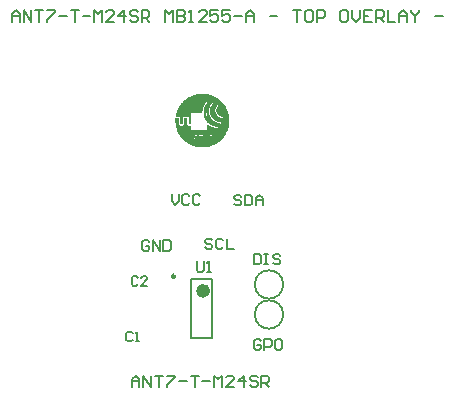
<source format=gto>
G04 Layer_Color=16776960*
%FSLAX44Y44*%
%MOMM*%
G71*
G01*
G75*
%ADD14C,0.2000*%
%ADD15C,0.1500*%
%ADD19C,0.2500*%
%ADD20C,0.6000*%
%ADD21C,0.0254*%
%ADD22C,0.1700*%
D14*
X143800Y97600D02*
G03*
X143800Y97600I-12000J0D01*
G01*
Y72200D02*
G03*
X143800Y72200I-12000J0D01*
G01*
X66000Y52200D02*
Y102200D01*
X84000Y52200D02*
Y102200D01*
X66000D02*
X84000D01*
X66000Y52200D02*
X84000D01*
X15500Y10500D02*
Y17164D01*
X18832Y20497D01*
X22164Y17164D01*
Y10500D01*
Y15498D01*
X15500D01*
X25497Y10500D02*
Y20497D01*
X32161Y10500D01*
Y20497D01*
X35494D02*
X42158D01*
X38826D01*
Y10500D01*
X45490Y20497D02*
X52155D01*
Y18831D01*
X45490Y12166D01*
Y10500D01*
X55487Y15498D02*
X62152D01*
X65484Y20497D02*
X72148D01*
X68816D01*
Y10500D01*
X75481Y15498D02*
X82145D01*
X85478Y10500D02*
Y20497D01*
X88810Y17164D01*
X92142Y20497D01*
Y10500D01*
X102139D02*
X95474D01*
X102139Y17164D01*
Y18831D01*
X100473Y20497D01*
X97140D01*
X95474Y18831D01*
X110469Y10500D02*
Y20497D01*
X105471Y15498D01*
X112135D01*
X122132Y18831D02*
X120466Y20497D01*
X117134D01*
X115468Y18831D01*
Y17164D01*
X117134Y15498D01*
X120466D01*
X122132Y13832D01*
Y12166D01*
X120466Y10500D01*
X117134D01*
X115468Y12166D01*
X125465Y10500D02*
Y20497D01*
X130463D01*
X132129Y18831D01*
Y15498D01*
X130463Y13832D01*
X125465D01*
X128797D02*
X132129Y10500D01*
D15*
X-86000Y320000D02*
Y326665D01*
X-82668Y329997D01*
X-79335Y326665D01*
Y320000D01*
Y324998D01*
X-86000D01*
X-76003Y320000D02*
Y329997D01*
X-69339Y320000D01*
Y329997D01*
X-66006D02*
X-59342D01*
X-62674D01*
Y320000D01*
X-56010Y329997D02*
X-49345D01*
Y328331D01*
X-56010Y321666D01*
Y320000D01*
X-46013Y324998D02*
X-39348D01*
X-36016Y329997D02*
X-29352D01*
X-32684D01*
Y320000D01*
X-26019Y324998D02*
X-19355D01*
X-16022Y320000D02*
Y329997D01*
X-12690Y326665D01*
X-9358Y329997D01*
Y320000D01*
X639D02*
X-6026D01*
X639Y326665D01*
Y328331D01*
X-1027Y329997D01*
X-4360D01*
X-6026Y328331D01*
X8969Y320000D02*
Y329997D01*
X3971Y324998D01*
X10635D01*
X20632Y328331D02*
X18966Y329997D01*
X15634D01*
X13968Y328331D01*
Y326665D01*
X15634Y324998D01*
X18966D01*
X20632Y323332D01*
Y321666D01*
X18966Y320000D01*
X15634D01*
X13968Y321666D01*
X23965Y320000D02*
Y329997D01*
X28963D01*
X30629Y328331D01*
Y324998D01*
X28963Y323332D01*
X23965D01*
X27297D02*
X30629Y320000D01*
X43958D02*
Y329997D01*
X47290Y326665D01*
X50623Y329997D01*
Y320000D01*
X53955Y329997D02*
Y320000D01*
X58953D01*
X60619Y321666D01*
Y323332D01*
X58953Y324998D01*
X53955D01*
X58953D01*
X60619Y326665D01*
Y328331D01*
X58953Y329997D01*
X53955D01*
X63952Y320000D02*
X67284D01*
X65618D01*
Y329997D01*
X63952Y328331D01*
X78947Y320000D02*
X72282D01*
X78947Y326665D01*
Y328331D01*
X77281Y329997D01*
X73948D01*
X72282Y328331D01*
X88944Y329997D02*
X82279D01*
Y324998D01*
X85611Y326665D01*
X87277D01*
X88944Y324998D01*
Y321666D01*
X87277Y320000D01*
X83945D01*
X82279Y321666D01*
X98940Y329997D02*
X92276D01*
Y324998D01*
X95608Y326665D01*
X97274D01*
X98940Y324998D01*
Y321666D01*
X97274Y320000D01*
X93942D01*
X92276Y321666D01*
X102273Y324998D02*
X108937D01*
X112269Y320000D02*
Y326665D01*
X115602Y329997D01*
X118934Y326665D01*
Y320000D01*
Y324998D01*
X112269D01*
X132263D02*
X138927D01*
X152257Y329997D02*
X158921D01*
X155589D01*
Y320000D01*
X167252Y329997D02*
X163920D01*
X162253Y328331D01*
Y321666D01*
X163920Y320000D01*
X167252D01*
X168918Y321666D01*
Y328331D01*
X167252Y329997D01*
X172250Y320000D02*
Y329997D01*
X177248D01*
X178915Y328331D01*
Y324998D01*
X177248Y323332D01*
X172250D01*
X197242Y329997D02*
X193910D01*
X192244Y328331D01*
Y321666D01*
X193910Y320000D01*
X197242D01*
X198908Y321666D01*
Y328331D01*
X197242Y329997D01*
X202241D02*
Y323332D01*
X205573Y320000D01*
X208905Y323332D01*
Y329997D01*
X218902D02*
X212237D01*
Y320000D01*
X218902D01*
X212237Y324998D02*
X215569D01*
X222234Y320000D02*
Y329997D01*
X227232D01*
X228899Y328331D01*
Y324998D01*
X227232Y323332D01*
X222234D01*
X225566D02*
X228899Y320000D01*
X232231Y329997D02*
Y320000D01*
X238895D01*
X242228D02*
Y326665D01*
X245560Y329997D01*
X248892Y326665D01*
Y320000D01*
Y324998D01*
X242228D01*
X252224Y329997D02*
Y328331D01*
X255557Y324998D01*
X258889Y328331D01*
Y329997D01*
X255557Y324998D02*
Y320000D01*
X272218Y324998D02*
X278882D01*
D19*
X52250Y104500D02*
G03*
X52250Y104500I-1250J0D01*
G01*
D20*
X79000Y92200D02*
G03*
X79000Y92200I-3000J0D01*
G01*
D21*
X71850Y214577D02*
X78193D01*
X70328Y214830D02*
X79462D01*
X69313Y215084D02*
X80730D01*
X68298Y215338D02*
X81491D01*
X67537Y215592D02*
X82253D01*
X66776Y215845D02*
X83014D01*
X66269Y216099D02*
X83775D01*
X65761Y216353D02*
X84282D01*
X65254Y216606D02*
X84790D01*
X64746Y216860D02*
X85297D01*
X64239Y217114D02*
X85805D01*
X63731Y217367D02*
X86312D01*
X63224Y217621D02*
X86566D01*
X62970Y217875D02*
X87073D01*
X62463Y218129D02*
X87327D01*
X62209Y218382D02*
X87834D01*
X61702Y218636D02*
X88088D01*
X61448Y218890D02*
X88595D01*
X61194Y219144D02*
X88849D01*
X60687Y219397D02*
X89103D01*
X60433Y219651D02*
X89356D01*
X60180Y219905D02*
X89610D01*
X59926Y220158D02*
X90118D01*
X59418Y220412D02*
X90371D01*
X82760Y220666D02*
X90625D01*
X79715D02*
X81238D01*
X74387D02*
X76163D01*
X70328D02*
X73119D01*
X59418D02*
X68552D01*
X83267Y220919D02*
X90879D01*
X79715D02*
X80730D01*
X74387D02*
X76163D01*
X70835D02*
X73119D01*
X59165D02*
X68045D01*
X83521Y221173D02*
X91132D01*
X79715D02*
X80477D01*
X74387D02*
X76417D01*
X71089D02*
X73119D01*
X58911D02*
X67791D01*
X83521Y221427D02*
X91386D01*
X81491D02*
X82506D01*
X79715D02*
X80477D01*
X74387D02*
X76417D01*
X71343D02*
X73119D01*
X58657D02*
X67791D01*
X83775Y221681D02*
X91640D01*
X81491D02*
X82760D01*
X77939D02*
X80223D01*
X74387D02*
X76671D01*
X71343D02*
X73119D01*
X69059D02*
X70074D01*
X58404D02*
X67537D01*
X83775Y221934D02*
X91894D01*
X78193D02*
X82760D01*
X74387D02*
X76925D01*
X71343D02*
X73119D01*
X68806D02*
X70074D01*
X58150D02*
X67537D01*
X83775Y222188D02*
X92147D01*
X78700D02*
X82760D01*
X74387D02*
X77178D01*
X71343D02*
X73119D01*
X57896D02*
X70074D01*
X83775Y222442D02*
X92401D01*
X81491D02*
X82506D01*
X78954D02*
X80477D01*
X74387D02*
X77432D01*
X71343D02*
X73119D01*
X57896D02*
X69059D01*
X83521Y222696D02*
X92655D01*
X79208D02*
X80477D01*
X74387D02*
X77686D01*
X71089D02*
X73119D01*
X57642D02*
X68298D01*
X83267Y222949D02*
X92655D01*
X79462D02*
X80477D01*
X74387D02*
X78193D01*
X70582D02*
X73119D01*
X57389D02*
X68045D01*
X83014Y223203D02*
X92908D01*
X81491D02*
X81745D01*
X79462D02*
X80477D01*
X74387D02*
X78447D01*
X69821D02*
X73119D01*
X57135D02*
X67791D01*
X81491Y223457D02*
X93162D01*
X79715D02*
X80477D01*
X77432D02*
X78447D01*
X74387D02*
X76163D01*
X68806D02*
X73119D01*
X56881D02*
X67791D01*
X81491Y223710D02*
X93162D01*
X79715D02*
X80730D01*
X77432D02*
X78447D01*
X74387D02*
X76417D01*
X71089D02*
X73119D01*
X69059D02*
X70074D01*
X56881D02*
X67791D01*
X83521Y223964D02*
X93416D01*
X79715D02*
X80730D01*
X77686D02*
X78447D01*
X75910D02*
X76417D01*
X71089D02*
X71850D01*
X56627D02*
X67791D01*
X83521Y224218D02*
X93670D01*
X79462D02*
X80730D01*
X75910D02*
X76417D01*
X71089D02*
X71850D01*
X56374D02*
X68045D01*
X83521Y224471D02*
X93670D01*
X79208D02*
X80730D01*
X75910D02*
X76671D01*
X70835D02*
X71850D01*
X56374D02*
X68045D01*
X83521Y224725D02*
X93923D01*
X78954D02*
X80730D01*
X75910D02*
X77178D01*
X70328D02*
X71850D01*
X56120D02*
X68552D01*
X55866Y224979D02*
X93923D01*
X55613Y225233D02*
X94177D01*
X55359Y225486D02*
X94177D01*
X55359Y225740D02*
X94431D01*
X55359Y225994D02*
X94431D01*
X55105Y226248D02*
X94684D01*
X55105Y226501D02*
X94684D01*
X54851Y226755D02*
X94938D01*
X54851Y227009D02*
X94938D01*
X54598Y227262D02*
X95192D01*
X54598Y227516D02*
X95192D01*
X54344Y227770D02*
X95446D01*
X54344Y228023D02*
X95446D01*
X54344Y228277D02*
X95699D01*
X54090Y228531D02*
X95699D01*
X54090Y228785D02*
X95953D01*
X79208Y229038D02*
X95953D01*
X53837D02*
X65000D01*
X79462Y229292D02*
X95953D01*
X53837D02*
X65000D01*
X79715Y229546D02*
X96207D01*
X53583D02*
X64746D01*
X79715Y229799D02*
X96207D01*
X53583D02*
X64746D01*
X88595Y230053D02*
X96207D01*
X79715D02*
X86819D01*
X53583D02*
X64746D01*
X88849Y230307D02*
X96461D01*
X79715D02*
X85297D01*
X53583D02*
X64746D01*
X89103Y230561D02*
X96461D01*
X79715D02*
X84282D01*
X53583D02*
X64746D01*
X89103Y230814D02*
X96461D01*
X79715D02*
X83521D01*
X53329D02*
X64746D01*
X88849Y231068D02*
X96714D01*
X79715D02*
X82760D01*
X53329D02*
X64746D01*
X88849Y231322D02*
X96714D01*
X79715D02*
X82253D01*
X53329D02*
X64746D01*
X88595Y231576D02*
X96714D01*
X79715D02*
X81745D01*
X53075D02*
X64746D01*
X87327Y231829D02*
X96714D01*
X79715D02*
X81238D01*
X53075D02*
X64746D01*
X85805Y232083D02*
X96968D01*
X79715D02*
X80984D01*
X53075D02*
X64746D01*
X84790Y232337D02*
X96968D01*
X79715D02*
X80477D01*
X59418D02*
X62463D01*
X53075D02*
X55359D01*
X84029Y232590D02*
X96968D01*
X79715D02*
X80223D01*
X59926D02*
X62209D01*
X53075D02*
X54851D01*
X83521Y232844D02*
X96968D01*
X59926D02*
X61955D01*
X52822D02*
X54851D01*
X83014Y233098D02*
X96968D01*
X60180D02*
X61955D01*
X52822D02*
X54851D01*
X82506Y233351D02*
X96968D01*
X60180D02*
X61955D01*
X52822D02*
X54851D01*
X81999Y233605D02*
X97222D01*
X60180D02*
X61955D01*
X52822D02*
X54851D01*
X81745Y233859D02*
X97222D01*
X60180D02*
X61955D01*
X52822D02*
X54851D01*
X91132Y234113D02*
X97222D01*
X81238D02*
X89610D01*
X63985D02*
X64746D01*
X60180D02*
X61955D01*
X56627D02*
X58150D01*
X52822D02*
X54851D01*
X91386Y234366D02*
X97222D01*
X80984D02*
X88088D01*
X63731D02*
X64746D01*
X60180D02*
X61955D01*
X56627D02*
X58404D01*
X52822D02*
X54851D01*
X91386Y234620D02*
X97222D01*
X80730D02*
X87327D01*
X63731D02*
X64746D01*
X60180D02*
X61955D01*
X56627D02*
X58404D01*
X52822D02*
X54851D01*
X91640Y234874D02*
X97222D01*
X80223D02*
X86566D01*
X63731D02*
X64746D01*
X60180D02*
X61955D01*
X56627D02*
X58404D01*
X52568D02*
X54851D01*
X91640Y235127D02*
X97222D01*
X79969D02*
X86058D01*
X63731D02*
X64746D01*
X60180D02*
X61955D01*
X56627D02*
X58404D01*
X52568D02*
X54851D01*
X91386Y235381D02*
X97222D01*
X79715D02*
X85551D01*
X63731D02*
X64746D01*
X60180D02*
X61955D01*
X56627D02*
X58404D01*
X52568D02*
X54851D01*
X91386Y235635D02*
X97222D01*
X79462D02*
X85043D01*
X63731D02*
X64746D01*
X60180D02*
X61955D01*
X56627D02*
X58404D01*
X52568D02*
X54851D01*
X90118Y235889D02*
X97222D01*
X79462D02*
X84790D01*
X63731D02*
X64746D01*
X60180D02*
X61955D01*
X56627D02*
X58404D01*
X52568D02*
X54851D01*
X88595Y236142D02*
X97222D01*
X79208D02*
X84282D01*
X63731D02*
X64746D01*
X60180D02*
X61955D01*
X56627D02*
X58404D01*
X52568D02*
X54851D01*
X87834Y236396D02*
X97222D01*
X78954D02*
X84029D01*
X63731D02*
X64746D01*
X60180D02*
X61955D01*
X56627D02*
X58404D01*
X52568D02*
X54851D01*
X87073Y236650D02*
X97222D01*
X78700D02*
X83775D01*
X63731D02*
X64746D01*
X60180D02*
X61955D01*
X56627D02*
X58404D01*
X52568D02*
X54851D01*
X86566Y236903D02*
X97222D01*
X78447D02*
X83521D01*
X63731D02*
X64746D01*
X60180D02*
X61955D01*
X56627D02*
X58404D01*
X52568D02*
X54851D01*
X86312Y237157D02*
X97222D01*
X78447D02*
X83267D01*
X63731D02*
X64746D01*
X60180D02*
X61955D01*
X56627D02*
X58404D01*
X52568D02*
X54851D01*
X85805Y237411D02*
X97222D01*
X78193D02*
X83014D01*
X63731D02*
X64746D01*
X60180D02*
X61955D01*
X56627D02*
X58404D01*
X52568D02*
X54851D01*
X85551Y237665D02*
X97222D01*
X79715D02*
X82760D01*
X78193D02*
X79208D01*
X63731D02*
X64746D01*
X60180D02*
X61955D01*
X56627D02*
X58404D01*
X52568D02*
X54851D01*
X85043Y237918D02*
X97222D01*
X79715D02*
X82506D01*
X77939D02*
X79208D01*
X63731D02*
X64746D01*
X60180D02*
X61955D01*
X56627D02*
X58404D01*
X52568D02*
X54851D01*
X84790Y238172D02*
X97222D01*
X79715D02*
X82253D01*
X77686D02*
X78954D01*
X63731D02*
X64746D01*
X60180D02*
X61955D01*
X56627D02*
X58404D01*
X52568D02*
X54851D01*
X84536Y238426D02*
X97222D01*
X79715D02*
X81999D01*
X77686D02*
X78954D01*
X63731D02*
X64746D01*
X60180D02*
X61955D01*
X56627D02*
X58404D01*
X52822D02*
X54598D01*
X92908Y238679D02*
X97222D01*
X84282D02*
X90371D01*
X79715D02*
X81999D01*
X77686D02*
X78700D01*
X63731D02*
X64746D01*
X56627D02*
X58404D01*
X93162Y238933D02*
X97222D01*
X84029D02*
X89610D01*
X79715D02*
X81745D01*
X77432D02*
X78700D01*
X63731D02*
X64746D01*
X56627D02*
X58404D01*
X93162Y239187D02*
X97222D01*
X83775D02*
X89103D01*
X79715D02*
X81491D01*
X77432D02*
X78447D01*
X63731D02*
X64746D01*
X56627D02*
X58404D01*
X93162Y239441D02*
X97222D01*
X83775D02*
X88849D01*
X79715D02*
X81491D01*
X77178D02*
X78447D01*
X63731D02*
X64746D01*
X56627D02*
X58404D01*
X93162Y239694D02*
X97222D01*
X83521D02*
X88342D01*
X79715D02*
X81238D01*
X77178D02*
X78193D01*
X63731D02*
X64746D01*
X56374D02*
X58404D01*
X92908Y239948D02*
X96968D01*
X83267D02*
X88088D01*
X79715D02*
X81238D01*
X77178D02*
X78193D01*
X63478D02*
X64746D01*
X56374D02*
X58404D01*
X92655Y240202D02*
X96968D01*
X83267D02*
X87834D01*
X79715D02*
X80984D01*
X76925D02*
X78193D01*
X63224D02*
X64746D01*
X55866D02*
X58911D01*
X90879Y240455D02*
X96968D01*
X83014D02*
X87327D01*
X79715D02*
X80984D01*
X76925D02*
X77939D01*
X52822D02*
X64746D01*
X90371Y240709D02*
X96968D01*
X82760D02*
X87327D01*
X79715D02*
X80730D01*
X76925D02*
X77939D01*
X53075D02*
X64746D01*
X89864Y240963D02*
X96968D01*
X82760D02*
X87073D01*
X79715D02*
X80730D01*
X76671D02*
X77939D01*
X53075D02*
X64746D01*
X89356Y241217D02*
X96968D01*
X82760D02*
X86819D01*
X79715D02*
X80730D01*
X76671D02*
X77686D01*
X53075D02*
X64746D01*
X89103Y241470D02*
X96714D01*
X82506D02*
X86566D01*
X79715D02*
X80477D01*
X76671D02*
X77686D01*
X53075D02*
X64746D01*
X88849Y241724D02*
X96714D01*
X82506D02*
X86566D01*
X79715D02*
X80477D01*
X76671D02*
X77686D01*
X53075D02*
X64746D01*
X88595Y241978D02*
X96714D01*
X82253D02*
X86312D01*
X79715D02*
X80477D01*
X76671D02*
X77686D01*
X53329D02*
X64746D01*
X88342Y242231D02*
X96714D01*
X82253D02*
X86312D01*
X79715D02*
X80477D01*
X76671D02*
X77686D01*
X53329D02*
X64746D01*
X88088Y242485D02*
X96461D01*
X82253D02*
X86058D01*
X79715D02*
X80223D01*
X76417D02*
X77686D01*
X53329D02*
X64746D01*
X88088Y242739D02*
X96461D01*
X82253D02*
X86058D01*
X79715D02*
X80223D01*
X76417D02*
X77432D01*
X53329D02*
X64746D01*
X87834Y242993D02*
X96461D01*
X81999D02*
X85805D01*
X79715D02*
X80223D01*
X76417D02*
X77432D01*
X53583D02*
X64746D01*
X87834Y243246D02*
X96461D01*
X81999D02*
X85805D01*
X79462D02*
X80223D01*
X76417D02*
X77432D01*
X53583D02*
X65000D01*
X87580Y243500D02*
X96207D01*
X81999D02*
X85805D01*
X79208D02*
X80223D01*
X76417D02*
X77432D01*
X53583D02*
X65000D01*
X87580Y243754D02*
X96207D01*
X81999D02*
X85551D01*
X76417D02*
X80223D01*
X53837D02*
X74387D01*
X87580Y244007D02*
X96207D01*
X81999D02*
X85551D01*
X76417D02*
X80223D01*
X53837D02*
X74641D01*
X87327Y244261D02*
X95953D01*
X81999D02*
X85551D01*
X76417D02*
X79969D01*
X53837D02*
X74641D01*
X87327Y244515D02*
X95953D01*
X81999D02*
X85551D01*
X76417D02*
X79969D01*
X54090D02*
X74641D01*
X87327Y244769D02*
X95953D01*
X81999D02*
X85551D01*
X76417D02*
X79969D01*
X54090D02*
X74641D01*
X87327Y245022D02*
X95699D01*
X81999D02*
X85551D01*
X76671D02*
X79969D01*
X54344D02*
X74641D01*
X87327Y245276D02*
X95699D01*
X81999D02*
X85551D01*
X76671D02*
X79969D01*
X54344D02*
X74641D01*
X87327Y245530D02*
X95446D01*
X81999D02*
X85551D01*
X76671D02*
X80223D01*
X54344D02*
X74895D01*
X87327Y245783D02*
X95446D01*
X81999D02*
X85551D01*
X76671D02*
X80223D01*
X54598D02*
X74895D01*
X87327Y246037D02*
X95192D01*
X81999D02*
X85551D01*
X76671D02*
X80223D01*
X54598D02*
X74895D01*
X87327Y246291D02*
X95192D01*
X81999D02*
X85551D01*
X76671D02*
X80223D01*
X54851D02*
X74895D01*
X87580Y246544D02*
X94938D01*
X81999D02*
X85551D01*
X76925D02*
X80223D01*
X54851D02*
X74895D01*
X87580Y246798D02*
X94938D01*
X82253D02*
X85551D01*
X76925D02*
X80223D01*
X55105D02*
X75149D01*
X87580Y247052D02*
X94684D01*
X82253D02*
X85805D01*
X76925D02*
X80223D01*
X55105D02*
X75149D01*
X87834Y247306D02*
X94684D01*
X82253D02*
X85805D01*
X77178D02*
X80477D01*
X55359D02*
X75149D01*
X87834Y247559D02*
X94431D01*
X82253D02*
X85805D01*
X77178D02*
X80477D01*
X55359D02*
X75149D01*
X88088Y247813D02*
X94431D01*
X82506D02*
X86058D01*
X77178D02*
X80477D01*
X55613D02*
X75402D01*
X88342Y248067D02*
X94177D01*
X82506D02*
X86058D01*
X77432D02*
X80730D01*
X55613D02*
X75402D01*
X88342Y248321D02*
X94177D01*
X82760D02*
X86312D01*
X77432D02*
X80730D01*
X55866D02*
X75402D01*
X88595Y248574D02*
X93923D01*
X82760D02*
X86312D01*
X77686D02*
X80730D01*
X56120D02*
X75656D01*
X88849Y248828D02*
X93670D01*
X83014D02*
X86566D01*
X77686D02*
X80984D01*
X56120D02*
X75656D01*
X88849Y249082D02*
X93670D01*
X83014D02*
X86566D01*
X77939D02*
X80984D01*
X56374D02*
X75656D01*
X88849Y249335D02*
X93416D01*
X83267D02*
X86819D01*
X77939D02*
X81238D01*
X56627D02*
X75910D01*
X88595Y249589D02*
X93162D01*
X83267D02*
X87073D01*
X78193D02*
X81238D01*
X56627D02*
X75910D01*
X88342Y249843D02*
X93162D01*
X83521D02*
X87327D01*
X78193D02*
X81238D01*
X56881D02*
X76163D01*
X83775Y250097D02*
X92908D01*
X78447D02*
X81491D01*
X57135D02*
X76163D01*
X84029Y250350D02*
X92655D01*
X78700D02*
X81745D01*
X57135D02*
X76417D01*
X84029Y250604D02*
X92401D01*
X78700D02*
X81745D01*
X57389D02*
X76671D01*
X84282Y250858D02*
X92401D01*
X78954D02*
X81999D01*
X57642D02*
X76671D01*
X84282Y251111D02*
X92147D01*
X79208D02*
X82253D01*
X57896D02*
X76925D01*
X84282Y251365D02*
X91894D01*
X79462D02*
X82506D01*
X58150D02*
X77178D01*
X84029Y251619D02*
X91640D01*
X79462D02*
X82506D01*
X58404D02*
X77178D01*
X83775Y251873D02*
X91386D01*
X79462D02*
X82760D01*
X58657D02*
X77432D01*
X79462Y252126D02*
X91132D01*
X58657D02*
X77686D01*
X79462Y252380D02*
X90879D01*
X58911D02*
X77939D01*
X79208Y252634D02*
X90625D01*
X59165D02*
X78193D01*
X59418Y252887D02*
X90371D01*
X59926Y253141D02*
X90118D01*
X60180Y253395D02*
X89864D01*
X60433Y253648D02*
X89610D01*
X60687Y253902D02*
X89356D01*
X60941Y254156D02*
X88849D01*
X61194Y254410D02*
X88595D01*
X61702Y254663D02*
X88342D01*
X61955Y254917D02*
X87834D01*
X62463Y255171D02*
X87580D01*
X62717Y255424D02*
X87327D01*
X63224Y255678D02*
X86819D01*
X63478Y255932D02*
X86312D01*
X63985Y256186D02*
X86058D01*
X64493Y256439D02*
X85551D01*
X65000Y256693D02*
X85043D01*
X65507Y256947D02*
X84536D01*
X66015Y257201D02*
X84029D01*
X66522Y257454D02*
X83267D01*
X67283Y257708D02*
X82760D01*
X68045Y257962D02*
X81999D01*
X68806Y258215D02*
X81238D01*
X69821Y258469D02*
X80223D01*
X71089Y258723D02*
X78954D01*
X72865Y258976D02*
X76925D01*
D22*
X20832Y103165D02*
X19499Y104497D01*
X16833D01*
X15500Y103165D01*
Y97833D01*
X16833Y96500D01*
X19499D01*
X20832Y97833D01*
X28829Y96500D02*
X23497D01*
X28829Y101832D01*
Y103165D01*
X27496Y104497D01*
X24830D01*
X23497Y103165D01*
X16332Y56164D02*
X14999Y57497D01*
X12333D01*
X11000Y56164D01*
Y50833D01*
X12333Y49500D01*
X14999D01*
X16332Y50833D01*
X18997Y49500D02*
X21663D01*
X20330D01*
Y57497D01*
X18997Y56164D01*
X124998Y49498D02*
X123498Y50997D01*
X120499D01*
X119000Y49498D01*
Y43499D01*
X120499Y42000D01*
X123498D01*
X124998Y43499D01*
Y46498D01*
X121999D01*
X127997Y42000D02*
Y50997D01*
X132496D01*
X133995Y49498D01*
Y46498D01*
X132496Y44999D01*
X127997D01*
X141493Y50997D02*
X138494D01*
X136994Y49498D01*
Y43499D01*
X138494Y42000D01*
X141493D01*
X142992Y43499D01*
Y49498D01*
X141493Y50997D01*
X70500Y117497D02*
Y110000D01*
X72000Y108500D01*
X74999D01*
X76498Y110000D01*
Y117497D01*
X79497Y108500D02*
X82496D01*
X80997D01*
Y117497D01*
X79497Y115998D01*
X119000Y123497D02*
Y114500D01*
X123498D01*
X124998Y115999D01*
Y121998D01*
X123498Y123497D01*
X119000D01*
X127997D02*
X130996D01*
X129497D01*
Y114500D01*
X127997D01*
X130996D01*
X141493Y121998D02*
X139993Y123497D01*
X136994D01*
X135495Y121998D01*
Y120498D01*
X136994Y118998D01*
X139993D01*
X141493Y117499D01*
Y115999D01*
X139993Y114500D01*
X136994D01*
X135495Y115999D01*
X30498Y133498D02*
X28998Y134997D01*
X26000D01*
X24500Y133498D01*
Y127500D01*
X26000Y126000D01*
X28998D01*
X30498Y127500D01*
Y130499D01*
X27499D01*
X33497Y126000D02*
Y134997D01*
X39495Y126000D01*
Y134997D01*
X42494D02*
Y126000D01*
X46993D01*
X48492Y127500D01*
Y133498D01*
X46993Y134997D01*
X42494D01*
X49500Y173997D02*
Y167999D01*
X52499Y165000D01*
X55498Y167999D01*
Y173997D01*
X64495Y172498D02*
X62996Y173997D01*
X59997D01*
X58497Y172498D01*
Y166500D01*
X59997Y165000D01*
X62996D01*
X64495Y166500D01*
X73492Y172498D02*
X71993Y173997D01*
X68994D01*
X67494Y172498D01*
Y166500D01*
X68994Y165000D01*
X71993D01*
X73492Y166500D01*
X83998Y134998D02*
X82499Y136497D01*
X79500D01*
X78000Y134998D01*
Y133498D01*
X79500Y131999D01*
X82499D01*
X83998Y130499D01*
Y129000D01*
X82499Y127500D01*
X79500D01*
X78000Y129000D01*
X92995Y134998D02*
X91496Y136497D01*
X88497D01*
X86997Y134998D01*
Y129000D01*
X88497Y127500D01*
X91496D01*
X92995Y129000D01*
X95994Y136497D02*
Y127500D01*
X101992D01*
X108498Y171998D02*
X106999Y173497D01*
X104000D01*
X102500Y171998D01*
Y170498D01*
X104000Y168999D01*
X106999D01*
X108498Y167499D01*
Y166000D01*
X106999Y164500D01*
X104000D01*
X102500Y166000D01*
X111497Y173497D02*
Y164500D01*
X115996D01*
X117495Y166000D01*
Y171998D01*
X115996Y173497D01*
X111497D01*
X120494Y164500D02*
Y170498D01*
X123493Y173497D01*
X126492Y170498D01*
Y164500D01*
Y168999D01*
X120494D01*
M02*

</source>
